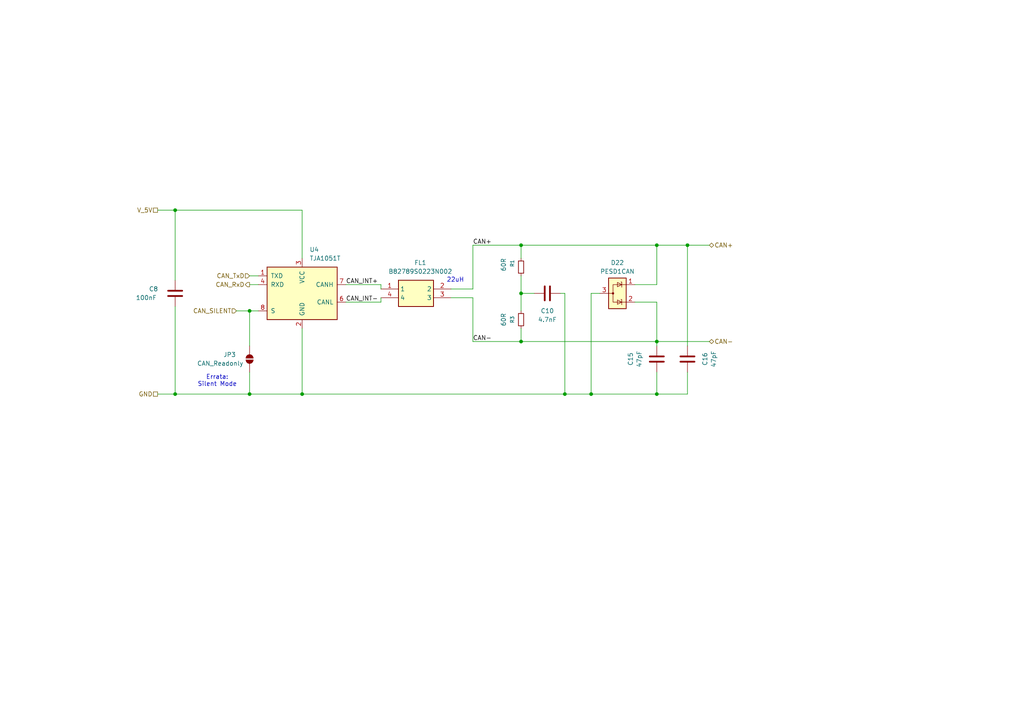
<source format=kicad_sch>
(kicad_sch (version 20250114) (generator "eeschema") (generator_version "9.0")
  (paper "A4")
  (lib_symbols
    (symbol "B82789S0223N002:B82789S0223N002"
      (property "Reference" "FL" (at 16.51 7.62 0))
      (property "Value" "B82789S0223N002" (at 16.51 5.08 0))
      (symbol "B82789S0223N002_1_1"
        (rectangle (start 5.08 2.54) (end 15.24 -5.08) (stroke (width 0.254)) (fill (type background)))
        (pin passive line (at 0 0 0) (length 5.08) (name "4") (number "4"))
        (pin passive line (at 0 -2.54 0) (length 5.08) (name "1") (number "1"))
        (pin passive line (at 20.32 0 180) (length 5.08) (name "3") (number "3"))
        (pin passive line (at 20.32 -2.54 180) (length 5.08) (name "2") (number "2"))
      )
    )
    (symbol "Device:C" (pin_numbers (hide yes)) (pin_names (offset 0.254))
      (property "Reference" "C" (at 0.635 2.54 0))
      (property "Value" "C" (at 0.635 -2.54 0))
      (symbol "C_0_1"
        (polyline (pts (xy -2.032 0.762) (xy 2.032 0.762)) (stroke (width 0.508)))
        (polyline (pts (xy -2.032 -0.762) (xy 2.032 -0.762)) (stroke (width 0.508)))
      )
      (symbol "C_1_1"
        (pin passive line (at 0 3.81 270) (length 2.794) (name "~") (number "1"))
        (pin passive line (at 0 -3.81 90) (length 2.794) (name "~") (number "2"))
      )
    )
    (symbol "Device:R_Small" (pin_numbers (hide yes)) (pin_names (offset 0.254) (hide yes))
      (property "Reference" "R" (at 0 0 90))
      (property "Value" "R_Small" (at 1.778 0 90))
      (symbol "R_Small_0_1"
        (rectangle (start -0.762 1.778) (end 0.762 -1.778) (stroke (width 0.2032)))
      )
      (symbol "R_Small_1_1"
        (pin passive line (at 0 2.54 270) (length 0.762) (name "~") (number "1"))
        (pin passive line (at 0 -2.54 90) (length 0.762) (name "~") (number "2"))
      )
    )
    (symbol "Interface_CAN_LIN:TJA1051T" (pin_names (offset 1.016))
      (property "Reference" "U" (at -10.16 8.89 0))
      (property "Value" "TJA1051T" (at 1.27 8.89 0))
      (symbol "TJA1051T_0_1"
        (rectangle (start -10.16 7.62) (end 10.16 -7.62) (stroke (width 0.254)) (fill (type background)))
      )
      (symbol "TJA1051T_1_1"
        (pin input line (at -12.7 5.08 0) (length 2.54) (name "TXD") (number "1"))
        (pin output line (at -12.7 2.54 0) (length 2.54) (name "RXD") (number "4"))
        (pin input line (at -12.7 -5.08 0) (length 2.54) (name "S") (number "8"))
        (pin no_connect line (at -10.16 -2.54 0) (length 2.54) (hide yes) (name "NC") (number "5"))
        (pin power_in line (at 0 10.16 270) (length 2.54) (name "VCC") (number "3"))
        (pin power_in line (at 0 -10.16 90) (length 2.54) (name "GND") (number "2"))
        (pin bidirectional line (at 12.7 2.54 180) (length 2.54) (name "CANH") (number "7"))
        (pin bidirectional line (at 12.7 -2.54 180) (length 2.54) (name "CANL") (number "6"))
      )
    )
    (symbol "Jumper:SolderJumper_2_Open" (pin_numbers (hide yes)) (pin_names (offset 0) (hide yes)) (in_bom no)
      (property "Reference" "JP" (at 0 2.032 0))
      (property "Value" "SolderJumper_2_Open" (at 0 -2.54 0))
      (symbol "SolderJumper_2_Open_0_1"
        (polyline (pts (xy -0.254 1.016) (xy -0.254 -1.016)))
        (arc (start -0.254 -1.016) (mid -1.2656 0) (end -0.254 1.016))
        (arc (start -0.254 -1.016) (mid -1.2656 0) (end -0.254 1.016) (fill (type outline)))
        (arc (start 0.254 1.016) (mid 1.2656 0) (end 0.254 -1.016))
        (arc (start 0.254 1.016) (mid 1.2656 0) (end 0.254 -1.016) (fill (type outline)))
        (polyline (pts (xy 0.254 1.016) (xy 0.254 -1.016)))
      )
      (symbol "SolderJumper_2_Open_1_1"
        (pin passive line (at -3.81 0 0) (length 2.54) (name "A") (number "1"))
        (pin passive line (at 3.81 0 180) (length 2.54) (name "B") (number "2"))
      )
    )
    (symbol "Power_Protection:ESDA5V3L" (pin_names (hide yes))
      (property "Reference" "D" (at 5.715 2.54 0))
      (property "Value" "ESDA5V3L" (at 5.715 0.635 0))
      (symbol "ESDA5V3L_0_0"
        (pin passive line (at 0 -5.08 90) (length 2.54) (name "A") (number "3"))
      )
      (symbol "ESDA5V3L_0_1"
        (rectangle (start -4.445 2.54) (end 4.445 -2.54) (stroke (width 0.254)) (fill (type background)))
        (polyline (pts (xy -3.302 1.016) (xy -3.302 1.27) (xy -1.905 1.27) (xy -1.778 1.27)))
        (polyline (pts (xy -2.54 2.54) (xy -2.54 1.27)))
        (polyline (pts (xy -2.54 1.27) (xy -2.54 -1.27) (xy 2.54 -1.27) (xy 2.54 1.27)))
        (polyline (pts (xy -2.54 1.27) (xy -1.905 0) (xy -3.175 0) (xy -2.54 1.27)))
        (polyline (pts (xy 0 -1.27) (xy 0 -2.54)))
        (circle (center 0 -1.27) (radius 0.254) (fill (type outline)))
        (polyline (pts (xy 1.778 1.016) (xy 1.778 1.27) (xy 3.175 1.27) (xy 3.302 1.27)))
        (polyline (pts (xy 2.54 2.54) (xy 2.54 1.27)))
        (polyline (pts (xy 2.54 1.27) (xy 1.905 0) (xy 3.175 0) (xy 2.54 1.27)))
      )
      (symbol "ESDA5V3L_1_1"
        (pin passive line (at -2.54 5.08 270) (length 2.54) (name "K") (number "1"))
        (pin passive line (at 2.54 5.08 270) (length 2.54) (name "K") (number "2"))
      )
    )
  )
  (text "22uH" (at 132.08 81.28 0) (effects (font (size 1.27 1.27))))
  (text "Errata: \nSilent Mode " (at 63.5 110.49 0) (effects (font (size 1.27 1.27))))
  (junction (at 163.83 114.3))
  (junction (at 190.5 71.12))
  (junction (at 199.39 71.12))
  (junction (at 190.5 114.3))
  (junction (at 151.13 99.06))
  (junction (at 87.63 114.3))
  (junction (at 151.13 71.12))
  (junction (at 50.8 114.3))
  (junction (at 50.8 60.96))
  (junction (at 171.45 114.3))
  (junction (at 72.39 90.17))
  (junction (at 190.5 99.06))
  (junction (at 151.13 85.09))
  (junction (at 72.39 114.3))
  (wire (pts (xy 100.33 87.63) (xy 110.49 87.63)))
  (wire (pts (xy 137.16 71.12) (xy 137.16 83.82)))
  (wire (pts (xy 151.13 71.12) (xy 151.13 74.93)))
  (wire (pts (xy 199.39 71.12) (xy 199.39 100.33)))
  (wire (pts (xy 137.16 99.06) (xy 151.13 99.06)))
  (wire (pts (xy 45.72 60.96) (xy 50.8 60.96)))
  (wire (pts (xy 190.5 114.3) (xy 199.39 114.3)))
  (wire (pts (xy 87.63 60.96) (xy 87.63 74.93)))
  (wire (pts (xy 72.39 114.3) (xy 87.63 114.3)))
  (wire (pts (xy 151.13 85.09) (xy 154.94 85.09)))
  (wire (pts (xy 151.13 95.25) (xy 151.13 99.06)))
  (wire (pts (xy 190.5 71.12) (xy 190.5 82.55)))
  (wire (pts (xy 68.58 90.17) (xy 72.39 90.17)))
  (wire (pts (xy 184.15 82.55) (xy 190.5 82.55)))
  (wire (pts (xy 151.13 71.12) (xy 190.5 71.12)))
  (wire (pts (xy 171.45 85.09) (xy 171.45 114.3)))
  (wire (pts (xy 72.39 90.17) (xy 74.93 90.17)))
  (wire (pts (xy 137.16 99.06) (xy 137.16 86.36)))
  (wire (pts (xy 50.8 60.96) (xy 87.63 60.96)))
  (wire (pts (xy 184.15 87.63) (xy 190.5 87.63)))
  (wire (pts (xy 72.39 107.95) (xy 72.39 114.3)))
  (wire (pts (xy 72.39 82.55) (xy 74.93 82.55)))
  (wire (pts (xy 130.81 83.82) (xy 137.16 83.82)))
  (wire (pts (xy 50.8 60.96) (xy 50.8 81.28)))
  (wire (pts (xy 190.5 107.95) (xy 190.5 114.3)))
  (wire (pts (xy 50.8 88.9) (xy 50.8 114.3)))
  (wire (pts (xy 110.49 86.36) (xy 110.49 87.63)))
  (wire (pts (xy 199.39 107.95) (xy 199.39 114.3)))
  (wire (pts (xy 50.8 114.3) (xy 72.39 114.3)))
  (wire (pts (xy 151.13 99.06) (xy 190.5 99.06)))
  (wire (pts (xy 72.39 90.17) (xy 72.39 100.33)))
  (wire (pts (xy 72.39 80.01) (xy 74.93 80.01)))
  (wire (pts (xy 163.83 85.09) (xy 163.83 114.3)))
  (wire (pts (xy 87.63 114.3) (xy 163.83 114.3)))
  (wire (pts (xy 190.5 71.12) (xy 199.39 71.12)))
  (wire (pts (xy 199.39 71.12) (xy 205.74 71.12)))
  (wire (pts (xy 163.83 114.3) (xy 171.45 114.3)))
  (wire (pts (xy 110.49 82.55) (xy 110.49 83.82)))
  (wire (pts (xy 137.16 71.12) (xy 151.13 71.12)))
  (wire (pts (xy 151.13 80.01) (xy 151.13 85.09)))
  (wire (pts (xy 151.13 85.09) (xy 151.13 90.17)))
  (wire (pts (xy 190.5 87.63) (xy 190.5 99.06)))
  (wire (pts (xy 171.45 85.09) (xy 173.99 85.09)))
  (wire (pts (xy 190.5 99.06) (xy 205.74 99.06)))
  (wire (pts (xy 190.5 100.33) (xy 190.5 99.06)))
  (wire (pts (xy 87.63 95.25) (xy 87.63 114.3)))
  (wire (pts (xy 137.16 86.36) (xy 130.81 86.36)))
  (wire (pts (xy 45.72 114.3) (xy 50.8 114.3)))
  (wire (pts (xy 163.83 85.09) (xy 162.56 85.09)))
  (wire (pts (xy 171.45 114.3) (xy 190.5 114.3)))
  (wire (pts (xy 100.33 82.55) (xy 110.49 82.55)))
  (label "CAN_INT+" (at 100.33 82.55 0))
  (label "CAN_INT-" (at 100.33 87.63 0))
  (label "CAN+" (at 137.16 71.12 0))
  (label "CAN-" (at 137.16 99.06 0))
  (hierarchical_label "CAN_SILENT" (shape input) (at 68.58 90.17 180))
  (hierarchical_label "CAN+" (shape bidirectional) (at 205.74 71.12 0))
  (hierarchical_label "GND" (shape passive) (at 45.72 114.3 180))
  (hierarchical_label "V_5V" (shape passive) (at 45.72 60.96 180))
  (hierarchical_label "CAN_TxD" (shape input) (at 72.39 80.01 180))
  (hierarchical_label "CAN-" (shape bidirectional) (at 205.74 99.06 0))
  (hierarchical_label "CAN_RxD" (shape output) (at 72.39 82.55 180))
  (symbol (lib_id "Jumper:SolderJumper_2_Open") (at 72.39 104.14 270) (unit 1) (in_bom no)
    (property "Reference" "JP3" (at 64.77 102.87 90) (effects (justify left)))
    (property "Value" "CAN_Readonly" (at 57.15 105.41 90) (effects (justify left)))
    (property "Footprint" "Jumper:SolderJumper-2_P1.3mm_Open_RoundedPad1.0x1.5mm" (effects (hide yes)))
    (property "Description" "Solder Jumper, 2-pole, open" (effects (hide yes)))
  )
  (symbol (lib_id "Device:C") (at 199.39 104.14 0) (unit 1)
    (property "Reference" "C16" (at 204.47 104.14 90))
    (property "Value" "47pF" (at 207.01 104.14 90))
    (property "Footprint" "Capacitor_SMD:C_1206_3216Metric_Pad1.33x1.80mm_HandSolder" (effects (hide yes)))
    (property "Description" "Unpolarized capacitor" (effects (hide yes)))
  )
  (symbol (lib_id "Device:C") (at 190.5 104.14 0) (unit 1)
    (property "Reference" "C15" (at 182.88 104.14 90))
    (property "Value" "47pF" (at 185.42 104.14 90))
    (property "Footprint" "Capacitor_SMD:C_1206_3216Metric_Pad1.33x1.80mm_HandSolder" (effects (hide yes)))
    (property "Description" "Unpolarized capacitor" (effects (hide yes)))
  )
  (symbol (lib_id "Device:R_Small") (at 151.13 77.47 0) (unit 1)
    (property "Reference" "R1" (at 148.59 77.47 90) (effects (font (size 1.016 1.016)) (justify left)))
    (property "Value" "60R" (at 146.05 78.74 90) (effects (justify left)))
    (property "Footprint" "Resistor_SMD:R_1206_3216Metric_Pad1.30x1.75mm_HandSolder" (effects (hide yes)))
    (property "Description" "Resistor, small symbol" (effects (hide yes)))
  )
  (symbol (lib_id "Power_Protection:ESDA5V3L") (at 179.07 85.09 270) (unit 1)
    (property "Reference" "D22" (at 179.07 76.2 90))
    (property "Value" "PESD1CAN" (at 179.07 78.74 90))
    (property "Footprint" "Package_TO_SOT_SMD:SOT-23-3" (effects (hide yes)))
    (property "Datasheet" "https://www.st.com/resource/en/datasheet/esdal.pdf" (effects (hide yes)))
    (property "Description" "TVS Diode Array, 5.5V Standoff, 2 Channels, SOT23" (effects (hide yes)))
  )
  (symbol (lib_id "B82789S0223N002:B82789S0223N002") (at 110.49 86.36 0) (mirror x) (unit 1)
    (property "Reference" "FL1" (at 121.92 76.2 0))
    (property "Value" "B82789S0223N002" (at 121.92 78.74 0))
    (property "Footprint" "B82789S0223N002" (effects (hide yes)))
    (property "Datasheet" "https://product.tdk.com/system/files/dam/doc/product/emc/emc/cmf_cmc/data_sheet/30/db/ind_2008/b82789c0_s0.pdf" (effects (hide yes)))
    (property "Description" "Common Mode Filters / Chokes, |Z|=1200? at 10MHz, L x W x T :" (effects (hide yes)))
    (property "Height" "3" (effects (hide yes)))
    (property "Manufacturer_Name" "TDK" (effects (hide yes)))
    (property "Manufacturer_Part_Number" "B82789S0223N002" (effects (hide yes)))
    (property "Mouser Part Number" "871-B82789S0223N002" (effects (hide yes)))
    (property "Mouser Price/Stock" "https://www.mouser.co.uk/ProductDetail/EPCOS-TDK/B82789S0223N002?qs=pGJ4H8VyKtWz%2FZfHxxtF5g%3D%3D" (effects (hide yes)))
    (property "Arrow Part Number" "B82789S0223N002" (effects (hide yes)))
    (property "Arrow Price/Stock" "https://www.arrow.com/en/products/b82789s0223n002/tdk?region=nac" (effects (hide yes)))
  )
  (symbol (lib_id "Device:C") (at 50.8 85.09 0) (unit 1)
    (property "Reference" "C8" (at 43.18 83.82 0) (effects (justify left)))
    (property "Value" "100nF" (at 39.37 86.36 0) (effects (justify left)))
    (property "Footprint" "Capacitor_SMD:C_1206_3216Metric_Pad1.33x1.80mm_HandSolder" (effects (hide yes)))
    (property "Description" "Unpolarized capacitor" (effects (hide yes)))
  )
  (symbol (lib_id "Device:R_Small") (at 151.13 92.71 180) (unit 1)
    (property "Reference" "R3" (at 148.59 92.71 90) (effects (font (size 1.016 1.016))))
    (property "Value" "60R" (at 146.05 92.71 90))
    (property "Footprint" "Resistor_SMD:R_1206_3216Metric_Pad1.30x1.75mm_HandSolder" (effects (hide yes)))
    (property "Description" "Resistor, small symbol" (effects (hide yes)))
  )
  (symbol (lib_id "Device:C") (at 158.75 85.09 270) (unit 1)
    (property "Reference" "C10" (at 158.75 90.17 90))
    (property "Value" "4.7nF" (at 158.75 92.71 90))
    (property "Footprint" "Capacitor_SMD:C_1206_3216Metric_Pad1.33x1.80mm_HandSolder" (effects (hide yes)))
    (property "Description" "Unpolarized capacitor" (effects (hide yes)))
  )
  (symbol (lib_id "Interface_CAN_LIN:TJA1051T") (at 87.63 85.09 0) (unit 1)
    (property "Reference" "U4" (at 89.7733 72.39 0) (effects (justify left)))
    (property "Value" "TJA1051T" (at 89.7733 74.93 0) (effects (justify left)))
    (property "Footprint" "Package_SO:SOIC-8_3.9x4.9mm_P1.27mm" (effects (hide yes)))
    (property "Datasheet" "http://www.nxp.com/docs/en/data-sheet/TJA1051.pdf" (effects (hide yes)))
    (property "Description" "High-Speed CAN Transceiver, silent mode, SOIC-8" (effects (hide yes)))
  )
)
</source>
